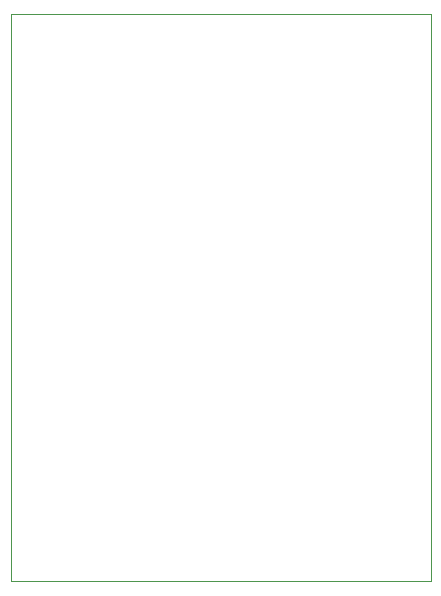
<source format=gbr>
G04 #@! TF.GenerationSoftware,KiCad,Pcbnew,(5.1.2)-2*
G04 #@! TF.CreationDate,2019-10-10T00:04:01-05:00*
G04 #@! TF.ProjectId,MillingTest,4d696c6c-696e-4675-9465-73742e6b6963,rev?*
G04 #@! TF.SameCoordinates,Original*
G04 #@! TF.FileFunction,Profile,NP*
%FSLAX46Y46*%
G04 Gerber Fmt 4.6, Leading zero omitted, Abs format (unit mm)*
G04 Created by KiCad (PCBNEW (5.1.2)-2) date 2019-10-10 00:04:01*
%MOMM*%
%LPD*%
G04 APERTURE LIST*
%ADD10C,0.050000*%
G04 APERTURE END LIST*
D10*
X162560000Y-60960000D02*
X162560000Y-109000000D01*
X198120000Y-60960000D02*
X162560000Y-60960000D01*
X198120000Y-109000000D02*
X198120000Y-60960000D01*
X162560000Y-109000000D02*
X198120000Y-109000000D01*
M02*

</source>
